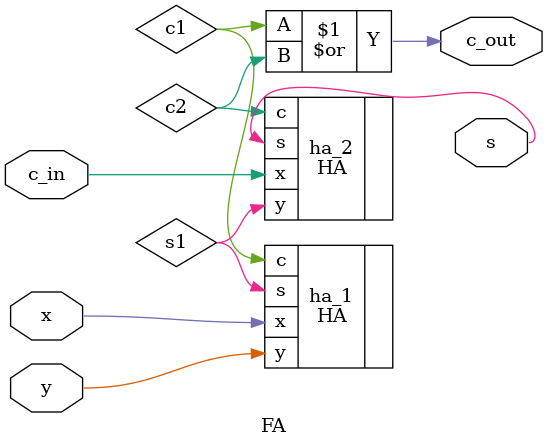
<source format=v>
`timescale 10ns / 1ps
`include "HA.v"
module FA(s, c_out, x, y, c_in);
input x, y, c_in;
output s, c_out;
wire s1, c1, c2;

// write your code here -- START--

HA ha_1(.s(s1), .c(c1), .x(x), .y(y));
HA ha_2(.s(s), .c(c2), .x(c_in), .y(s1));
or or1( c_out, c1, c2 );

// write your code here -- END--
  
endmodule


</source>
